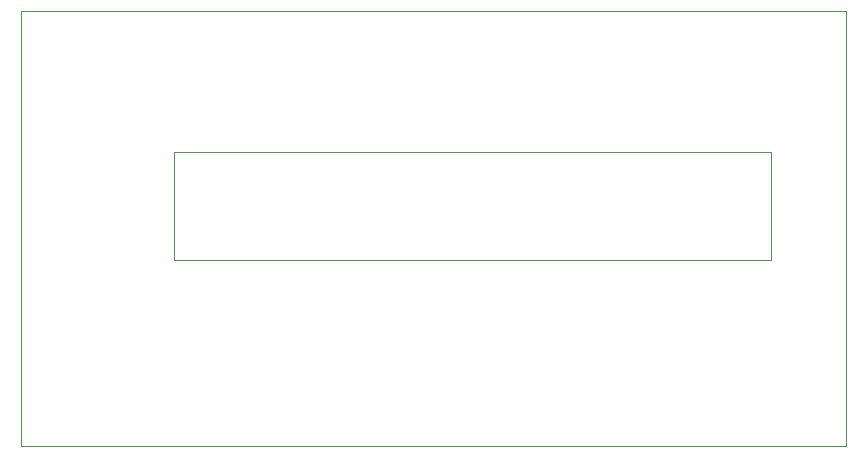
<source format=gbr>
%TF.GenerationSoftware,KiCad,Pcbnew,(5.1.10)-1*%
%TF.CreationDate,2021-07-19T20:27:22+08:00*%
%TF.ProjectId,2.5_SAS_Backend,322e355f-5341-4535-9f42-61636b656e64,rev?*%
%TF.SameCoordinates,Original*%
%TF.FileFunction,Profile,NP*%
%FSLAX46Y46*%
G04 Gerber Fmt 4.6, Leading zero omitted, Abs format (unit mm)*
G04 Created by KiCad (PCBNEW (5.1.10)-1) date 2021-07-19 20:27:22*
%MOMM*%
%LPD*%
G01*
G04 APERTURE LIST*
%TA.AperFunction,Profile*%
%ADD10C,0.050000*%
%TD*%
G04 APERTURE END LIST*
D10*
X95250000Y-51562000D02*
X95250000Y-42418000D01*
X95250000Y-42418000D02*
X44704000Y-42418000D01*
X44704000Y-51562000D02*
X95250000Y-51562000D01*
X44704000Y-42418000D02*
X44704000Y-51562000D01*
X44704000Y-42418000D02*
X44704000Y-42418000D01*
X101600000Y-67310000D02*
X101600000Y-30480000D01*
X101600000Y-30480000D02*
X31750000Y-30480000D01*
X31750000Y-67310000D02*
X101600000Y-67310000D01*
X31750000Y-30480000D02*
X31750000Y-67310000D01*
M02*

</source>
